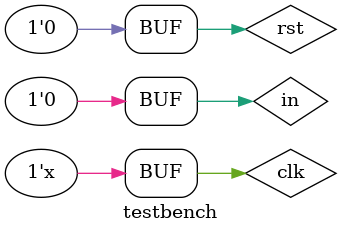
<source format=v>
`timescale 1ns / 1ps


module testbench();

    reg in;
    reg clk=0;
    reg rst;
    wire pos_edge,neg_edge,both_edge;
    
    //sync_seq_det dut(in,clk,rst,pos_edge,neg_edge,both_edge);
    async_seq_det dut(in,clk,rst,pos_edge,neg_edge,both_edge);
    
    always #5 clk=~clk;
    
    initial begin
        rst =1;
        in =0;
        #7 rst=0;
        #5 in=1;
        #20 in=0;
    end
        
endmodule

</source>
